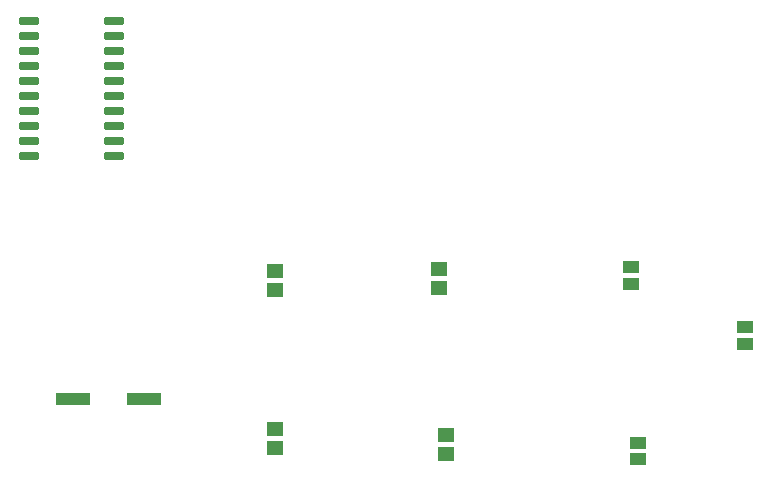
<source format=gtp>
G04*
G04 #@! TF.GenerationSoftware,Altium Limited,Altium Designer,23.2.1 (34)*
G04*
G04 Layer_Color=8421504*
%FSLAX25Y25*%
%MOIN*%
G70*
G04*
G04 #@! TF.SameCoordinates,BF209CEF-B3CD-4BDF-936B-CE2084C87205*
G04*
G04*
G04 #@! TF.FilePolarity,Positive*
G04*
G01*
G75*
%ADD15R,0.11417X0.04331*%
%ADD16R,0.05733X0.05136*%
G04:AMPARAMS|DCode=17|XSize=23.62mil|YSize=64.96mil|CornerRadius=2.01mil|HoleSize=0mil|Usage=FLASHONLY|Rotation=90.000|XOffset=0mil|YOffset=0mil|HoleType=Round|Shape=RoundedRectangle|*
%AMROUNDEDRECTD17*
21,1,0.02362,0.06095,0,0,90.0*
21,1,0.01961,0.06496,0,0,90.0*
1,1,0.00402,0.03047,0.00980*
1,1,0.00402,0.03047,-0.00980*
1,1,0.00402,-0.03047,-0.00980*
1,1,0.00402,-0.03047,0.00980*
%
%ADD17ROUNDEDRECTD17*%
%ADD18R,0.05339X0.04349*%
D15*
X189689Y80500D02*
D03*
X213311D02*
D03*
D16*
X257000Y123153D02*
D03*
Y116847D02*
D03*
X314000Y62347D02*
D03*
Y68653D02*
D03*
X311500Y123805D02*
D03*
Y117500D02*
D03*
X257000Y70653D02*
D03*
Y64347D02*
D03*
D17*
X174728Y206500D02*
D03*
Y201500D02*
D03*
Y196500D02*
D03*
Y191500D02*
D03*
Y186500D02*
D03*
Y181500D02*
D03*
Y176500D02*
D03*
Y171500D02*
D03*
Y166500D02*
D03*
Y161500D02*
D03*
X203272Y206500D02*
D03*
Y201500D02*
D03*
Y196500D02*
D03*
Y191500D02*
D03*
Y186500D02*
D03*
Y181500D02*
D03*
Y176500D02*
D03*
Y171500D02*
D03*
Y166500D02*
D03*
Y161500D02*
D03*
D18*
X413500Y98982D02*
D03*
Y104500D02*
D03*
X378000Y60500D02*
D03*
Y66018D02*
D03*
X375500Y118982D02*
D03*
Y124500D02*
D03*
M02*

</source>
